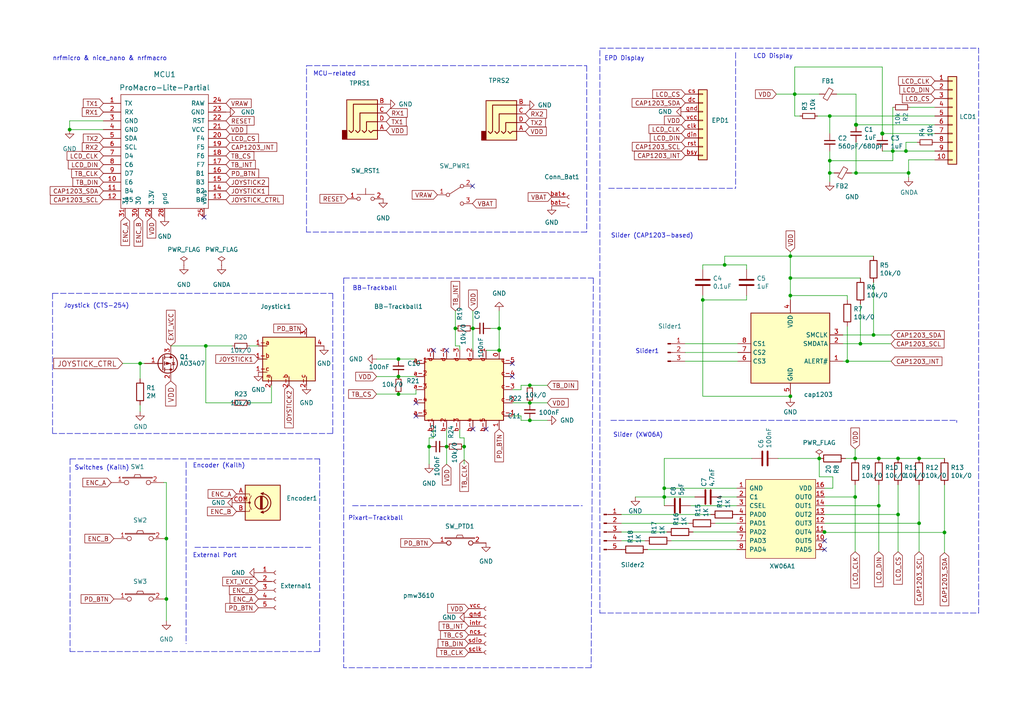
<source format=kicad_sch>
(kicad_sch (version 20211123) (generator eeschema)
  (paper "A4")
  (junction (at 192.659 144.145))
  (junction (at 137.16 95.25))
  (junction (at 48.26 173.736))
  (junction (at 40.64 105.41))
  (junction (at 254.889 132.969))
  (junction (at 229.235 114.935))
  (junction (at 192.659 141.605))
  (junction (at 253.365 97.155))
  (junction (at 115.57 114.3))
  (junction (at 115.57 109.22))
  (junction (at 124.46 129.54))
  (junction (at 240.665 50.165))
  (junction (at 153.67 116.84))
  (junction (at 210.185 76.835))
  (junction (at 230.505 27.305))
  (junction (at 20.193 37.592))
  (junction (at 237.617 132.969))
  (junction (at 260.477 132.969))
  (junction (at 254.889 146.685))
  (junction (at 249.555 99.695))
  (junction (at 144.78 95.25))
  (junction (at 266.573 132.969))
  (junction (at 115.57 104.14))
  (junction (at 134.62 129.54))
  (junction (at 229.235 80.645))
  (junction (at 129.54 129.54))
  (junction (at 258.953 43.815))
  (junction (at 260.477 149.225))
  (junction (at 203.835 86.995))
  (junction (at 248.285 50.165))
  (junction (at 248.031 144.145))
  (junction (at 248.031 132.969))
  (junction (at 263.525 50.165))
  (junction (at 240.665 46.609))
  (junction (at 245.745 104.775))
  (junction (at 153.67 121.92))
  (junction (at 153.67 111.76))
  (junction (at 229.235 74.295))
  (junction (at 48.26 156.21))
  (junction (at 144.78 101.6))
  (junction (at 248.285 36.195) (diameter 1.016))
  (junction (at 229.235 85.725))
  (junction (at 255.905 38.735) (diameter 1.016))
  (junction (at 132.08 95.25))
  (junction (at 266.573 151.765))
  (junction (at 273.939 154.432))
  (junction (at 240.665 33.655))
  (junction (at 239.141 154.305))
  (junction (at 262.763 43.815))
  (junction (at 59.69 100.33))
  (no_connect (at 129.54 101.6))
  (no_connect (at 120.65 120.65))
  (no_connect (at 140.97 124.46))
  (no_connect (at 137.16 124.46))
  (no_connect (at 148.59 105.41))
  (no_connect (at 148.59 109.22))
  (no_connect (at 125.73 101.6))
  (no_connect (at 59.182 62.992))
  (no_connect (at 120.65 116.84))
  (no_connect (at 137.033 53.975))
  (no_connect (at 239.141 156.845))
  (no_connect (at 239.141 159.385))
  (wire (pts (xy 115.57 109.22) (xy 120.65 109.22)))
  (wire (pts (xy 248.285 50.165) (xy 263.525 50.165)))
  (wire (pts (xy 40.64 117.475) (xy 40.64 119.38)))
  (wire (pts (xy 137.16 95.25) (xy 137.16 101.6)))
  (polyline (pts (xy 171.45 193.675) (xy 99.695 193.675)))
  (wire (pts (xy 148.59 120.65) (xy 151.13 120.65)))
  (polyline (pts (xy 172.085 80.645) (xy 171.45 193.675)))
  (polyline (pts (xy 88.9 19.05) (xy 93.98 19.05)))
  (wire (pts (xy 239.141 144.145) (xy 248.031 144.145)))
  (wire (pts (xy 262.763 41.275) (xy 262.763 43.815)))
  (wire (pts (xy 240.665 46.609) (xy 258.953 46.609)))
  (wire (pts (xy 35.56 105.41) (xy 40.64 105.41)))
  (wire (pts (xy 109.22 104.14) (xy 115.57 104.14)))
  (polyline (pts (xy 53.975 133.985) (xy 53.975 186.69)))
  (wire (pts (xy 239.141 151.765) (xy 266.573 151.765)))
  (wire (pts (xy 151.13 121.92) (xy 151.13 120.65)))
  (wire (pts (xy 254.889 146.685) (xy 254.889 140.589)))
  (wire (pts (xy 255.905 19.431) (xy 255.905 38.735)))
  (wire (pts (xy 20.193 35.052) (xy 20.193 37.592)))
  (wire (pts (xy 216.535 76.835) (xy 216.535 78.105)))
  (wire (pts (xy 239.141 149.225) (xy 260.477 149.225)))
  (wire (pts (xy 218.059 132.969) (xy 192.659 132.969)))
  (wire (pts (xy 48.26 173.736) (xy 48.26 156.21)))
  (wire (pts (xy 237.617 138.303) (xy 241.554 138.303)))
  (wire (pts (xy 132.08 90.17) (xy 132.08 95.25)))
  (wire (pts (xy 240.665 43.815) (xy 240.665 46.609)))
  (wire (pts (xy 151.13 111.76) (xy 151.13 113.03)))
  (wire (pts (xy 153.67 111.76) (xy 151.13 111.76)))
  (wire (pts (xy 210.185 76.835) (xy 216.535 76.835)))
  (wire (pts (xy 266.573 132.969) (xy 273.939 132.969)))
  (polyline (pts (xy 93.98 19.05) (xy 170.18 19.05)))
  (wire (pts (xy 120.65 104.14) (xy 115.57 104.14)))
  (wire (pts (xy 240.665 50.165) (xy 240.665 52.705)))
  (polyline (pts (xy 177.165 121.92) (xy 277.495 121.92)))
  (wire (pts (xy 180.213 156.845) (xy 187.071 156.845)))
  (wire (pts (xy 78.74 111.76) (xy 78.74 116.84)))
  (wire (pts (xy 248.031 132.969) (xy 254.889 132.969)))
  (wire (pts (xy 273.939 140.589) (xy 273.939 154.432)))
  (wire (pts (xy 245.745 104.775) (xy 258.445 104.775)))
  (wire (pts (xy 225.171 27.305) (xy 230.505 27.305)))
  (wire (pts (xy 198.755 104.775) (xy 213.995 104.775)))
  (wire (pts (xy 230.505 19.431) (xy 230.505 27.305)))
  (wire (pts (xy 142.24 95.25) (xy 144.78 95.25)))
  (wire (pts (xy 216.535 86.995) (xy 216.535 85.725)))
  (wire (pts (xy 248.285 27.305) (xy 248.285 36.195)))
  (polyline (pts (xy 20.32 133.096) (xy 92.71 133.096)))
  (polyline (pts (xy 99.695 80.645) (xy 172.085 80.645)))
  (wire (pts (xy 109.22 114.3) (xy 115.57 114.3)))
  (wire (pts (xy 266.065 41.275) (xy 262.763 41.275)))
  (wire (pts (xy 266.573 140.589) (xy 266.573 151.765)))
  (wire (pts (xy 239.141 146.685) (xy 254.889 146.685)))
  (wire (pts (xy 230.505 33.655) (xy 232.029 33.655)))
  (wire (pts (xy 203.835 76.835) (xy 203.835 78.105)))
  (wire (pts (xy 229.235 80.645) (xy 229.235 85.725)))
  (wire (pts (xy 137.16 90.17) (xy 137.16 95.25)))
  (wire (pts (xy 134.62 127) (xy 133.35 127)))
  (wire (pts (xy 239.014 154.432) (xy 273.939 154.432)))
  (wire (pts (xy 258.953 46.609) (xy 258.953 43.815)))
  (wire (pts (xy 120.65 114.3) (xy 115.57 114.3)))
  (wire (pts (xy 134.62 129.54) (xy 134.62 127)))
  (wire (pts (xy 245.745 85.725) (xy 245.745 86.995)))
  (wire (pts (xy 263.525 46.355) (xy 271.145 46.355)))
  (wire (pts (xy 237.109 33.655) (xy 240.665 33.655)))
  (wire (pts (xy 245.745 94.615) (xy 245.745 104.775)))
  (wire (pts (xy 229.235 85.725) (xy 229.235 86.995)))
  (wire (pts (xy 59.69 100.33) (xy 67.31 100.33)))
  (wire (pts (xy 203.835 76.835) (xy 210.185 76.835)))
  (wire (pts (xy 258.953 43.815) (xy 262.763 43.815)))
  (wire (pts (xy 187.833 159.385) (xy 213.741 159.385)))
  (wire (pts (xy 229.235 85.725) (xy 245.745 85.725)))
  (wire (pts (xy 120.65 105.41) (xy 120.65 104.14)))
  (wire (pts (xy 158.75 121.92) (xy 153.67 121.92)))
  (wire (pts (xy 240.665 46.609) (xy 240.665 50.165)))
  (polyline (pts (xy 88.9 67.31) (xy 88.9 19.05)))
  (wire (pts (xy 124.46 134.62) (xy 124.46 129.54)))
  (wire (pts (xy 209.169 144.145) (xy 213.741 144.145)))
  (wire (pts (xy 262.763 43.815) (xy 271.145 43.815)))
  (wire (pts (xy 230.505 27.305) (xy 230.505 33.655)))
  (polyline (pts (xy 277.495 121.92) (xy 277.495 122.555)))
  (wire (pts (xy 153.67 116.84) (xy 158.75 116.84)))
  (polyline (pts (xy 283.845 177.8) (xy 283.845 13.97)))
  (wire (pts (xy 129.54 124.46) (xy 129.54 129.54)))
  (polyline (pts (xy 99.695 80.645) (xy 99.695 193.675)))
  (wire (pts (xy 237.617 27.305) (xy 230.505 27.305)))
  (wire (pts (xy 248.031 130.175) (xy 248.031 132.969)))
  (wire (pts (xy 254.889 132.969) (xy 260.477 132.969)))
  (wire (pts (xy 248.031 140.589) (xy 248.031 144.145)))
  (wire (pts (xy 244.475 99.695) (xy 249.555 99.695)))
  (wire (pts (xy 180.213 154.305) (xy 193.421 154.305)))
  (wire (pts (xy 229.235 73.025) (xy 229.235 74.295)))
  (polyline (pts (xy 173.99 13.97) (xy 283.845 13.97)))
  (wire (pts (xy 248.285 41.275) (xy 248.285 50.165)))
  (wire (pts (xy 72.39 100.33) (xy 74.93 100.33)))
  (wire (pts (xy 263.525 50.165) (xy 263.525 46.355)))
  (wire (pts (xy 271.145 33.655) (xy 240.665 33.655)))
  (wire (pts (xy 132.08 100.33) (xy 133.35 100.33)))
  (wire (pts (xy 144.78 90.17) (xy 144.78 95.25)))
  (wire (pts (xy 260.477 149.225) (xy 260.477 140.589)))
  (wire (pts (xy 200.279 146.685) (xy 213.741 146.685)))
  (wire (pts (xy 244.475 104.775) (xy 245.745 104.775)))
  (wire (pts (xy 132.08 95.25) (xy 132.08 100.33)))
  (polyline (pts (xy 96.52 85.09) (xy 96.52 125.73)))
  (wire (pts (xy 48.26 139.954) (xy 47.498 139.954)))
  (wire (pts (xy 260.477 149.225) (xy 260.477 160.02)))
  (wire (pts (xy 153.67 121.92) (xy 151.13 121.92)))
  (wire (pts (xy 207.391 151.765) (xy 213.741 151.765)))
  (polyline (pts (xy 20.32 133.096) (xy 20.32 188.976)))
  (wire (pts (xy 20.193 37.592) (xy 29.972 37.592)))
  (wire (pts (xy 263.525 51.435) (xy 263.525 50.165)))
  (wire (pts (xy 210.185 76.835) (xy 210.185 74.295)))
  (wire (pts (xy 244.475 97.155) (xy 253.365 97.155)))
  (wire (pts (xy 229.235 74.295) (xy 229.235 80.645)))
  (wire (pts (xy 124.46 129.54) (xy 124.46 127)))
  (polyline (pts (xy 173.99 14.605) (xy 173.99 177.8)))
  (wire (pts (xy 245.237 132.969) (xy 248.031 132.969)))
  (wire (pts (xy 203.835 85.725) (xy 203.835 86.995)))
  (polyline (pts (xy 176.53 54.61) (xy 213.36 54.61)))
  (wire (pts (xy 253.365 81.915) (xy 253.365 97.155)))
  (wire (pts (xy 203.835 114.935) (xy 229.235 114.935)))
  (wire (pts (xy 264.033 31.115) (xy 271.145 31.115)))
  (polyline (pts (xy 15.24 85.09) (xy 15.24 125.73)))
  (wire (pts (xy 192.659 141.605) (xy 192.659 144.145)))
  (polyline (pts (xy 92.71 133.096) (xy 92.71 188.976)))
  (wire (pts (xy 49.53 100.33) (xy 59.69 100.33)))
  (wire (pts (xy 237.617 132.969) (xy 237.617 138.303)))
  (wire (pts (xy 133.35 127) (xy 133.35 124.46)))
  (wire (pts (xy 192.659 144.145) (xy 192.659 146.685)))
  (wire (pts (xy 241.554 141.605) (xy 239.141 141.605)))
  (wire (pts (xy 194.691 156.845) (xy 213.741 156.845)))
  (wire (pts (xy 180.213 149.225) (xy 206.121 149.225)))
  (wire (pts (xy 140.97 101.6) (xy 144.78 101.6)))
  (polyline (pts (xy 170.18 19.05) (xy 170.18 67.31)))
  (wire (pts (xy 203.835 86.995) (xy 216.535 86.995)))
  (polyline (pts (xy 56.515 158.75) (xy 90.17 158.75)))
  (polyline (pts (xy 173.99 177.8) (xy 283.845 177.8)))
  (wire (pts (xy 158.75 111.76) (xy 153.67 111.76)))
  (wire (pts (xy 129.54 129.54) (xy 129.54 134.62)))
  (wire (pts (xy 48.26 156.21) (xy 48.26 139.954)))
  (wire (pts (xy 255.905 43.815) (xy 258.953 43.815)))
  (wire (pts (xy 271.145 38.735) (xy 255.905 38.735)))
  (wire (pts (xy 125.73 127) (xy 125.73 124.46)))
  (wire (pts (xy 241.554 138.303) (xy 241.554 141.605)))
  (wire (pts (xy 59.69 116.84) (xy 59.69 100.33)))
  (wire (pts (xy 109.22 109.22) (xy 115.57 109.22)))
  (polyline (pts (xy 213.36 15.24) (xy 213.36 54.61)))
  (wire (pts (xy 225.679 132.969) (xy 237.617 132.969)))
  (wire (pts (xy 198.755 99.695) (xy 213.995 99.695)))
  (wire (pts (xy 240.665 50.165) (xy 241.935 50.165)))
  (wire (pts (xy 249.555 88.265) (xy 249.555 99.695)))
  (wire (pts (xy 254.889 146.685) (xy 254.889 160.02)))
  (wire (pts (xy 180.213 151.765) (xy 199.771 151.765)))
  (wire (pts (xy 184.277 144.145) (xy 192.659 144.145)))
  (wire (pts (xy 151.13 113.03) (xy 148.59 113.03)))
  (wire (pts (xy 253.365 97.155) (xy 258.445 97.155)))
  (wire (pts (xy 240.665 33.655) (xy 240.665 38.735)))
  (wire (pts (xy 201.041 154.305) (xy 213.741 154.305)))
  (wire (pts (xy 229.235 74.295) (xy 253.365 74.295)))
  (wire (pts (xy 59.69 116.84) (xy 67.31 116.84)))
  (wire (pts (xy 271.145 36.195) (xy 248.285 36.195)))
  (polyline (pts (xy 92.71 188.976) (xy 20.32 188.976)))
  (wire (pts (xy 192.659 141.605) (xy 213.741 141.605)))
  (wire (pts (xy 144.78 95.25) (xy 144.78 101.6)))
  (wire (pts (xy 239.014 154.432) (xy 239.141 154.305)))
  (wire (pts (xy 124.46 127) (xy 125.73 127)))
  (wire (pts (xy 40.64 105.41) (xy 41.91 105.41)))
  (wire (pts (xy 273.939 154.432) (xy 273.939 160.274)))
  (wire (pts (xy 249.555 99.695) (xy 258.445 99.695)))
  (wire (pts (xy 247.015 50.165) (xy 248.285 50.165)))
  (wire (pts (xy 48.26 180.086) (xy 48.26 173.736)))
  (wire (pts (xy 242.697 27.305) (xy 248.285 27.305)))
  (wire (pts (xy 192.659 132.969) (xy 192.659 141.605)))
  (wire (pts (xy 133.35 100.33) (xy 133.35 101.6)))
  (wire (pts (xy 134.62 129.54) (xy 134.62 134.62)))
  (wire (pts (xy 210.185 74.295) (xy 229.235 74.295)))
  (polyline (pts (xy 102.235 146.685) (xy 168.91 146.685)))
  (wire (pts (xy 229.235 80.645) (xy 249.555 80.645)))
  (wire (pts (xy 229.235 114.935) (xy 229.235 115.443)))
  (polyline (pts (xy 96.52 125.73) (xy 15.24 125.73)))
  (wire (pts (xy 258.953 31.115) (xy 258.953 43.815)))
  (wire (pts (xy 266.573 151.765) (xy 266.573 160.02)))
  (polyline (pts (xy 170.18 67.31) (xy 88.9 67.31)))
  (polyline (pts (xy 15.24 85.09) (xy 96.52 85.09)))
  (wire (pts (xy 72.39 116.84) (xy 78.74 116.84)))
  (wire (pts (xy 29.972 35.052) (xy 20.193 35.052)))
  (wire (pts (xy 255.905 19.431) (xy 230.505 19.431)))
  (wire (pts (xy 248.031 160.02) (xy 248.031 144.145)))
  (wire (pts (xy 192.659 144.145) (xy 201.549 144.145)))
  (wire (pts (xy 260.477 132.969) (xy 266.573 132.969)))
  (wire (pts (xy 198.755 102.235) (xy 213.995 102.235)))
  (wire (pts (xy 203.835 86.995) (xy 203.835 114.935)))
  (wire (pts (xy 148.59 116.84) (xy 153.67 116.84)))
  (wire (pts (xy 120.65 113.03) (xy 120.65 114.3)))
  (wire (pts (xy 40.64 109.855) (xy 40.64 105.41)))
  (text "Slider (CAP1203-based)" (at 177.165 69.215 0) (effects (font (size 1.27 1.27)) (justify left bottom)))
  (text "EPD Display" (at 175.26 17.78 0) (effects (font (size 1.27 1.27)) (justify left bottom)))
  (text "MCU-related" (at 90.805 22.225 0) (effects (font (size 1.27 1.27)) (justify left bottom)))
  (text "Switches (Kailh)" (at 21.59 136.525 0) (effects (font (size 1.27 1.27)) (justify left bottom)))
  (text "Joystick (CTS-254)" (at 18.415 89.535 0) (effects (font (size 1.27 1.27)) (justify left bottom)))
  (text "nrfmicro & nice_nano & nrfmacro" (at 15.24 17.78 0) (effects (font (size 1.27 1.27)) (justify left bottom)))
  (text "External Port" (at 55.88 161.925 0) (effects (font (size 1.27 1.27)) (justify left bottom)))
  (text "Encoder (Kailh)" (at 55.88 135.89 0) (effects (font (size 1.27 1.27)) (justify left bottom)))
  (text "Slider (XW06A)" (at 177.8 127 0) (effects (font (size 1.27 1.27)) (justify left bottom)))
  (text "LCD Display" (at 218.44 17.145 0) (effects (font (size 1.27 1.27)) (justify left bottom)))
  (text "BB-Trackball" (at 102.235 84.455 0) (effects (font (size 1.27 1.27)) (justify left bottom)))
  (text "Slider1" (at 184.277 102.743 0) (effects (font (size 1.27 1.27)) (justify left bottom)))
  (text "Pixart-Trackball" (at 100.965 151.13 0) (effects (font (size 1.27 1.27)) (justify left bottom)))
  (global_label "PD_BTN" (shape input) (at 125.73 157.48 180) (property "Intersheet References" "${INTERSHEET_REFS}" (effects hide)))
  (global_label "CAP1203_SCL" (shape input) (at 198.755 42.545 180) (property "Intersheet References" "${INTERSHEET_REFS}" (effects hide)))
  (global_label "VDD" (shape input) (at 49.53 110.49 270) (effects (font (size 1.524 1.524))) (property "Intersheet References" "${INTERSHEET_REFS}" (effects hide)))
  (global_label "CAP1203_SCL" (shape input) (at 266.573 160.02 270) (property "Intersheet References" "${INTERSHEET_REFS}" (effects hide)))
  (global_label "TX1" (shape input) (at 112.014 35.306 0) (property "Intersheet References" "${INTERSHEET_REFS}" (effects hide)))
  (global_label "TX2" (shape input) (at 29.972 40.132 180) (property "Intersheet References" "${INTERSHEET_REFS}" (effects hide)))
  (global_label "ENC_A" (shape input) (at 68.58 143.256 180) (property "Intersheet References" "${INTERSHEET_REFS}" (effects hide)))
  (global_label "RESET" (shape input) (at 65.532 35.052 0) (property "Intersheet References" "${INTERSHEET_REFS}" (effects hide)))
  (global_label "CAP1203_INT" (shape input) (at 258.445 104.775 0) (property "Intersheet References" "${INTERSHEET_REFS}" (effects hide)))
  (global_label "JOYSTICK2" (shape input) (at 83.82 111.76 270) (property "Intersheet References" "${INTERSHEET_REFS}" (effects hide)))
  (global_label "VDD" (shape input) (at 198.755 34.925 180) (property "Intersheet References" "${INTERSHEET_REFS}" (effects hide)))
  (global_label "ENC_B" (shape input) (at 40.132 62.992 270) (property "Intersheet References" "${INTERSHEET_REFS}" (effects hide)))
  (global_label "ENC_B" (shape input) (at 33.02 156.21 180) (property "Intersheet References" "${INTERSHEET_REFS}" (effects hide)))
  (global_label "CAP1203_SDA" (shape input) (at 198.755 29.845 180) (property "Intersheet References" "${INTERSHEET_REFS}" (effects hide)))
  (global_label "LCD_CS" (shape input) (at 65.532 40.132 0) (property "Intersheet References" "${INTERSHEET_REFS}" (effects hide)))
  (global_label "CAP1203_SDA" (shape input) (at 273.939 160.274 270) (property "Intersheet References" "${INTERSHEET_REFS}" (effects hide)))
  (global_label "CAP1203_SCL" (shape input) (at 258.445 99.695 0) (property "Intersheet References" "${INTERSHEET_REFS}" (effects hide)))
  (global_label "CAP1203_SCL" (shape input) (at 29.972 57.912 180) (property "Intersheet References" "${INTERSHEET_REFS}" (effects hide)))
  (global_label "ENC_B" (shape input) (at 68.58 148.336 180) (property "Intersheet References" "${INTERSHEET_REFS}" (effects hide)))
  (global_label "VDD" (shape input) (at 129.54 134.62 270) (property "Intersheet References" "${INTERSHEET_REFS}" (effects hide)))
  (global_label "VDD" (shape input) (at 158.75 116.84 0) (property "Intersheet References" "${INTERSHEET_REFS}" (effects hide)))
  (global_label "VBAT" (shape input) (at 137.033 59.055 0) (property "Intersheet References" "${INTERSHEET_REFS}" (effects hide)))
  (global_label "TB_DIN" (shape input) (at 135.89 186.69 180) (property "Intersheet References" "${INTERSHEET_REFS}" (effects hide)))
  (global_label "EXT_VCC" (shape input) (at 74.93 168.656 180) (property "Intersheet References" "${INTERSHEET_REFS}" (effects hide)))
  (global_label "CAP1203_SDA" (shape input) (at 29.972 55.372 180) (property "Intersheet References" "${INTERSHEET_REFS}" (effects hide)))
  (global_label "TB_INT" (shape input) (at 132.08 90.17 90) (property "Intersheet References" "${INTERSHEET_REFS}" (effects hide)))
  (global_label "CAP1203_INT" (shape input) (at 198.755 45.085 180) (property "Intersheet References" "${INTERSHEET_REFS}" (effects hide)))
  (global_label "JOYSTICK2" (shape input) (at 65.532 52.832 0) (property "Intersheet References" "${INTERSHEET_REFS}" (effects hide)))
  (global_label "TB_CLK" (shape input) (at 29.972 50.292 180) (property "Intersheet References" "${INTERSHEET_REFS}" (effects hide)))
  (global_label "LCD_DIN" (shape input) (at 29.972 47.752 180) (property "Intersheet References" "${INTERSHEET_REFS}" (effects hide)))
  (global_label "VDD" (shape input) (at 229.235 73.025 90) (property "Intersheet References" "${INTERSHEET_REFS}" (effects hide)))
  (global_label "TX2" (shape input) (at 152.4 35.56 0) (property "Intersheet References" "${INTERSHEET_REFS}" (effects hide)))
  (global_label "VDD" (shape input) (at 225.171 27.305 180) (property "Intersheet References" "${INTERSHEET_REFS}" (effects hide)))
  (global_label "RX2" (shape input) (at 29.972 42.672 180) (property "Intersheet References" "${INTERSHEET_REFS}" (effects hide)))
  (global_label "LCD_CLK" (shape input) (at 29.972 45.212 180) (property "Intersheet References" "${INTERSHEET_REFS}" (effects hide)))
  (global_label "ENC_A" (shape input) (at 36.322 62.992 270) (property "Intersheet References" "${INTERSHEET_REFS}" (effects hide)))
  (global_label "CAP1203_INT" (shape input) (at 65.532 42.672 0) (property "Intersheet References" "${INTERSHEET_REFS}" (effects hide)))
  (global_label "VDD" (shape input) (at 152.4 38.1 0) (property "Intersheet References" "${INTERSHEET_REFS}" (effects hide)))
  (global_label "VRAW" (shape input) (at 126.873 56.515 180) (property "Intersheet References" "${INTERSHEET_REFS}" (effects hide)))
  (global_label "RX2" (shape input) (at 152.4 33.02 0) (property "Intersheet References" "${INTERSHEET_REFS}" (effects hide)))
  (global_label "TB_CS" (shape input) (at 135.89 184.15 180) (property "Intersheet References" "${INTERSHEET_REFS}" (effects hide)))
  (global_label "ENC_A" (shape input) (at 74.93 173.736 180) (property "Intersheet References" "${INTERSHEET_REFS}" (effects hide)))
  (global_label "TB_DIN" (shape input) (at 29.972 52.832 180) (property "Intersheet References" "${INTERSHEET_REFS}" (effects hide)))
  (global_label "VDD" (shape input) (at 65.532 37.592 0) (property "Intersheet References" "${INTERSHEET_REFS}" (effects hide)))
  (global_label "VRAW" (shape input) (at 65.532 29.972 0) (property "Intersheet References" "${INTERSHEET_REFS}" (effects hide)))
  (global_label "TB_CS" (shape input) (at 109.22 114.3 180) (property "Intersheet References" "${INTERSHEET_REFS}" (effects hide)))
  (global_label "TB_CLK" (shape input) (at 134.62 133.35 270) (property "Intersheet References" "${INTERSHEET_REFS}" (effects hide)))
  (global_label "VDD" (shape input) (at 112.014 37.846 0) (property "Intersheet References" "${INTERSHEET_REFS}" (effects hide)))
  (global_label "EXT_VCC" (shape input) (at 49.53 100.33 90) (property "Intersheet References" "${INTERSHEET_REFS}" (effects hide)))
  (global_label "PD_BTN" (shape input) (at 65.532 50.292 0) (property "Intersheet References" "${INTERSHEET_REFS}" (effects hide)))
  (global_label "TB_CS" (shape input) (at 65.532 45.212 0) (property "Intersheet References" "${INTERSHEET_REFS}" (effects hide)))
  (global_label "PD_BTN" (shape input) (at 33.02 173.736 180) (property "Intersheet References" "${INTERSHEET_REFS}" (effects hide)))
  (global_label "JOYSTICK_CTRL" (shape input) (at 65.532 57.912 0) (property "Intersheet References" "${INTERSHEET_REFS}" (effects hide)))
  (global_label "LCD_CS" (shape input) (at 271.145 28.575 180) (property "Intersheet References" "${INTERSHEET_REFS}" (effects hide)))
  (global_label "TB_INT" (shape input) (at 65.532 47.752 0) (property "Intersheet References" "${INTERSHEET_REFS}" (effects hide)))
  (global_label "VBAT" (shape input) (at 160.02 57.15 180) (property "Intersheet References" "${INTERSHEET_REFS}" (effects hide)))
  (global_label "VDD" (shape input) (at 248.031 130.175 90) (property "Intersheet References" "${INTERSHEET_REFS}" (effects hide)))
  (global_label "JOYSTICK1" (shape input) (at 65.532 55.372 0) (property "Intersheet References" "${INTERSHEET_REFS}" (effects hide)))
  (global_label "LCD_CLK" (shape input) (at 248.031 160.02 270) (property "Intersheet References" "${INTERSHEET_REFS}" (effects hide)))
  (global_label "RX1" (shape input) (at 29.972 32.512 180) (property "Intersheet References" "${INTERSHEET_REFS}" (effects hide)))
  (global_label "LCD_CS" (shape input) (at 260.477 160.02 270) (property "Intersheet References" "${INTERSHEET_REFS}" (effects hide)))
  (global_label "LCD_CS" (shape input) (at 198.755 27.305 180) (property "Intersheet References" "${INTERSHEET_REFS}" (effects hide)))
  (global_label "LCD_DIN" (shape input) (at 198.755 40.005 180) (property "Intersheet References" "${INTERSHEET_REFS}" (effects hide)))
  (global_label "PD_BTN" (shape input) (at 144.78 124.46 270) (property "Intersheet References" "${INTERSHEET_REFS}" (effects hide)))
  (global_label "LCD_CLK" (shape input) (at 271.145 23.495 180) (property "Intersheet References" "${INTERSHEET_REFS}" (effects hide)))
  (global_label "TB_CLK" (shape input) (at 135.89 189.23 180) (property "Intersheet References" "${INTERSHEET_REFS}" (effects hide)))
  (global_label "PD_BTN" (shape input) (at 74.93 176.276 180) (property "Intersheet References" "${INTERSHEET_REFS}" (effects hide)))
  (global_label "PD_BTN" (shape input) (at 88.9 95.25 180) (property "Intersheet References" "${INTERSHEET_REFS}" (effects hide)))
  (global_label "JOYSTICK_CTRL" (shape input) (at 35.56 105.41 180) (effects (font (size 1.524 1.524))) (property "Intersheet References" "${INTERSHEET_REFS}" (effects hide)))
  (global_label "LCD_DIN" (shape input) (at 271.145 26.035 180) (property "Intersheet References" "${INTERSHEET_REFS}" (effects hide)))
  (global_label "ENC_A" (shape input) (at 32.258 139.954 180) (property "Intersheet References" "${INTERSHEET_REFS}" (effects hide)))
  (global_label "VDD" (shape input) (at 137.16 90.17 90) (property "Intersheet References" "${INTERSHEET_REFS}" (effects hide)))
  (global_label "VDD" (shape input) (at 135.89 176.53 180) (property "Intersheet References" "${INTERSHEET_REFS}" (effects hide)))
  (global_label "VDD" (shape input) (at 109.22 109.22 180) (property "Intersheet References" "${INTERSHEET_REFS}" (effects hide)))
  (global_label "VDD" (shape input) (at 43.942 62.992 270) (property "Intersheet References" "${INTERSHEET_REFS}" (effects hide)))
  (global_label "RESET" (shape input) (at 100.965 57.658 180) (property "Intersheet References" "${INTERSHEET_REFS}" (effects hide)))
  (global_label "TX1" (shape input) (at 29.972 29.972 180) (property "Intersheet References" "${INTERSHEET_REFS}" (effects hide)))
  (global_label "LCD_CLK" (shape input) (at 198.755 37.465 180) (property "Intersheet References" "${INTERSHEET_REFS}" (effects hide)))
  (global_label "TB_INT" (shape input) (at 135.89 181.61 180) (property "Intersheet References" "${INTERSHEET_REFS}" (effects hide)))
  (global_label "LCD_DIN" (shape input) (at 254.889 160.02 270) (property "Intersheet References" "${INTERSHEET_REFS}" (effects hide)))
  (global_label "TB_DIN" (shape input) (at 158.75 111.76 0) (property "Intersheet References" "${INTERSHEET_REFS}" (effects hide)))
  (global_label "CAP1203_SDA" (shape input) (at 258.445 97.155 0) (property "Intersheet References" "${INTERSHEET_REFS}" (effects hide)))
  (global_label "ENC_B" (shape input) (at 74.93 171.196 180) (property "Intersheet References" "${INTERSHEET_REFS}" (effects hide)))
  (global_label "RX1" (shape input) (at 112.014 32.766 0) (property "Intersheet References" "${INTERSHEET_REFS}" (effects hide)))
  (global_label "JOYSTICK1" (shape input) (at 74.93 104.14 180) (property "Intersheet References" "${INTERSHEET_REFS}" (effects hide)))
  (symbol (lib_id "Device:R") (at 203.581 151.765 90) (unit 1)
    (property "Reference" "R15" (at 202.4126 149.987 0) (effects (justify left)))
    (property "Value" "1K" (at 204.724 149.987 0) (effects (justify left)))
    (property "Footprint" "Resistor_SMD:R_0603_1608Metric" (effects hide))
  )
  (symbol (lib_id "Connector:Conn_01x02_Female") (at 165.1 57.15 0) (unit 1)
    (property "Reference" "Conn_Bat1" (at 157.861 51.308 0) (effects (justify left)))
    (property "Value" "Conn_01x02_Female" (effects hide))
  )
  (symbol (lib_id "Device:C_Small") (at 127 129.54 90) (unit 1)
    (property "Reference" "C12" (at 125.7362 127 0) (effects (justify left)))
    (property "Value" "100nF" (at 126.746 138.176 0) (effects (justify left)))
    (property "Footprint" "Capacitor_SMD:C_0603_1608Metric" (effects hide))
  )
  (symbol (lib_id "nrfmicro-rescue:BSS83P") (at 46.99 105.41 0) (unit 1)
    (property "Reference" "Q1" (at 52.07 103.505 0) (effects (justify left)))
    (property "Value" "AO3407" (at 52.07 105.41 0) (effects (justify left)))
    (property "Footprint" "Package_TO_SOT_SMD:SOT-23" (effects hide))
  )
  (symbol (lib_id "mysymbol:SW_PUSH-kbd") (at 40.64 173.736 0) (unit 1)
    (property "Reference" "SW3" (at 40.64 168.656 0))
    (property "Value" "SW_PUSH-kbd" (effects hide))
    (property "Footprint" "mylib:Kailh_Choc_Hotplug" (effects hide))
  )
  (symbol (lib_id "Connector:Conn_01x03_Male") (at 193.675 102.235 0) (unit 1)
    (property "Reference" "Slider1" (at 194.31 94.615 0))
    (property "Value" "Conn_01x03_Male" (effects hide))
    (property "Footprint" "mylib:TouchSlider-3_36x12mm" (effects hide))
  )
  (symbol (lib_id "power:GND") (at 152.4 30.48 90) (unit 1)
    (property "Reference" "#PWR06" (effects hide))
    (property "Value" "GND" (at 155.956 30.4799 90) (effects (justify right)))
  )
  (symbol (lib_id "Device:R_Small") (at 134.62 95.25 90) (unit 1)
    (property "Reference" "R19" (at 133.3499 92.964 0) (effects (justify left)))
    (property "Value" "10k/0" (at 134.366 100.076 0) (effects (justify left)))
    (property "Footprint" "Resistor_SMD:R_0603_1608Metric" (effects hide))
  )
  (symbol (lib_id "mysymbol:SW_PUSH-kbd") (at 133.35 157.48 0) (unit 1)
    (property "Reference" "SW_PTD1" (at 133.35 152.654 0))
    (property "Value" "D2LS-21" (effects hide))
    (property "Footprint" "mylib:D2LS-21-Omron" (effects hide))
  )
  (symbol (lib_id "mysymbol:SW_RESET-kbd") (at 106.045 57.658 0) (unit 1)
    (property "Reference" "SW_RST1" (at 106.045 49.53 0))
    (property "Value" "SW_RESET-kbd" (effects hide))
    (property "Footprint" "mylib:YD-3414-Button" (effects hide))
  )
  (symbol (lib_id "Connector:Conn_01x06_Female") (at 140.97 181.61 0) (unit 1)
    (property "Reference" "pmw3610" (at 116.84 172.72 0) (effects (justify left)))
    (property "Value" "Conn_01x06_Female" (effects hide))
    (property "Footprint" "mylib:PMW3610-Ref-EdgeCut" (effects hide))
  )
  (symbol (lib_id "Device:R") (at 260.477 136.779 0) (unit 1)
    (property "Reference" "R11" (at 262.255 135.6106 0) (effects (justify left)))
    (property "Value" "10k/0" (at 262.255 137.922 0) (effects (justify left)))
    (property "Footprint" "Resistor_SMD:R_0603_1608Metric" (effects hide))
  )
  (symbol (lib_id "Connector_Generic:Conn_01x10") (at 276.225 33.655 0) (unit 1)
    (property "Reference" "LCD1" (at 278.257 33.8582 0) (effects (justify left)))
    (property "Value" "Conn_01x10" (effects hide))
    (property "Footprint" "Connector_FFC-FPC:Hirose_FH12-10S-0.5SH_1x10-1MP_P0.50mm_Horizontal" (effects hide))
    (property "LCSC" "C506791" (effects hide))
  )
  (symbol (lib_id "power:GND") (at 48.26 180.086 0) (unit 1)
    (property "Reference" "#PWR024" (effects hide))
    (property "Value" "GND" (at 48.26 185.42 0))
  )
  (symbol (lib_id "Device:R") (at 184.023 159.385 90) (unit 1)
    (property "Reference" "R18" (at 182.8546 157.607 0) (effects (justify left)))
    (property "Value" "1K" (at 185.166 157.607 0) (effects (justify left)))
    (property "Footprint" "Resistor_SMD:R_0603_1608Metric" (effects hide))
  )
  (symbol (lib_id "Device:R_Small") (at 268.605 41.275 90) (unit 1)
    (property "Reference" "R4" (at 267.4366 39.7764 0) (effects (justify left)))
    (property "Value" "10k" (at 269.748 39.7764 0) (effects (justify left)))
    (property "Footprint" "Resistor_SMD:R_0603_1608Metric_Pad0.98x0.95mm_HandSolder" (effects hide))
    (property "LCSC" "C25804" (effects hide))
  )
  (symbol (lib_id "Device:R_Small") (at 234.569 33.655 90) (unit 1)
    (property "Reference" "R3" (at 233.4006 32.1564 0) (effects (justify left)))
    (property "Value" "10k" (at 235.712 32.1564 0) (effects (justify left)))
    (property "Footprint" "Resistor_SMD:R_0603_1608Metric_Pad0.98x0.95mm_HandSolder" (effects hide))
    (property "LCSC" "C25804" (effects hide))
  )
  (symbol (lib_id "Device:C") (at 221.869 132.969 90) (unit 1)
    (property "Reference" "C6" (at 220.7006 130.048 0) (effects (justify left)))
    (property "Value" "100nF" (at 223.012 130.048 0) (effects (justify left)))
    (property "Footprint" "Capacitor_SMD:C_0603_1608Metric" (effects hide))
  )
  (symbol (lib_id "power:GND") (at 20.193 37.592 0) (unit 1)
    (property "Reference" "#PWR09" (effects hide))
    (property "Value" "GND" (at 20.193 43.18 0))
  )
  (symbol (lib_id "mysymbol:SW_PUSH-kbd") (at 39.878 139.954 0) (unit 1)
    (property "Reference" "SW1" (at 39.878 135.382 0))
    (property "Value" "SW_PUSH-kbd" (effects hide))
    (property "Footprint" "mylib:Kailh_Choc_Hotplug" (effects hide))
  )
  (symbol (lib_id "Device:C") (at 216.535 81.915 0) (unit 1)
    (property "Reference" "C5" (at 219.456 80.7466 0) (effects (justify left)))
    (property "Value" "1uF" (at 219.456 83.058 0) (effects (justify left)))
    (property "Footprint" "Capacitor_SMD:C_0603_1608Metric" (effects hide))
  )
  (symbol (lib_id "nrfmicro-rescue:GND") (at 40.64 119.38 0) (unit 1)
    (property "Reference" "#PWR0101" (effects hide))
    (property "Value" "GND" (at 40.767 123.7742 0))
  )
  (symbol (lib_id "power:GND") (at 65.532 32.512 90) (unit 1)
    (property "Reference" "#PWR08" (effects hide))
    (property "Value" "GND" (at 69.85 32.5119 90) (effects (justify right)))
  )
  (symbol (lib_id "Device:C") (at 196.469 146.685 90) (unit 1)
    (property "Reference" "C8" (at 195.3006 143.764 0) (effects (justify left)))
    (property "Value" "5pF" (at 197.612 143.764 0) (effects (justify left)))
    (property "Footprint" "Capacitor_SMD:C_0603_1608Metric" (effects hide))
  )
  (symbol (lib_id "Device:C") (at 205.359 144.145 90) (unit 1)
    (property "Reference" "C7" (at 204.1906 141.224 0) (effects (justify left)))
    (property "Value" "4.7nF" (at 206.502 141.224 0) (effects (justify left)))
    (property "Footprint" "Capacitor_SMD:C_0603_1608Metric" (effects hide))
  )
  (symbol (lib_id "power:GNDA") (at 64.262 76.962 0) (unit 1)
    (property "Reference" "#PWR0103" (effects hide))
    (property "Value" "GNDA" (at 64.262 82.55 0))
  )
  (symbol (lib_id "Device:R_Small") (at 132.08 129.54 90) (unit 1)
    (property "Reference" "R24" (at 130.8099 127.254 0) (effects (justify left)))
    (property "Value" "10k/0" (at 131.826 134.366 0) (effects (justify left)))
    (property "Footprint" "Resistor_SMD:R_0603_1608Metric" (effects hide))
  )
  (symbol (lib_id "power:GND") (at 135.89 179.07 270) (unit 1)
    (property "Reference" "#PWR023" (effects hide))
    (property "Value" "GND" (at 132.334 179.0699 90) (effects (justify right)))
  )
  (symbol (lib_id "mysymbol:SK_TPRS-kbd") (at 106.934 32.766 0) (unit 1)
    (property "Reference" "TPRS1" (at 104.394 24.13 0))
    (property "Value" "SK_TPRS-kbd" (effects hide))
    (property "Footprint" "mylib:TRRS-PJ-320A" (effects hide))
  )
  (symbol (lib_id "Device:R") (at 266.573 136.779 0) (unit 1)
    (property "Reference" "R12" (at 268.351 135.6106 0) (effects (justify left)))
    (property "Value" "10k/0" (at 268.351 137.922 0) (effects (justify left)))
    (property "Footprint" "Resistor_SMD:R_0603_1608Metric" (effects hide))
  )
  (symbol (lib_id "Connector:Conn_01x05_Female") (at 80.01 171.196 0) (unit 1)
    (property "Reference" "External1" (at 81.28 169.9259 0) (effects (justify left)))
    (property "Value" "Conn_01x05_Female" (effects hide))
  )
  (symbol (lib_id "power:GND") (at 124.46 134.62 0) (unit 1)
    (property "Reference" "#PWR019" (effects hide))
    (property "Value" "GND" (at 124.46 140.208 0))
  )
  (symbol (lib_id "mysymbol:BB-Trackball") (at 133.35 113.03 0) (unit 1)
    (property "Reference" "BB-Trackball1" (at 115.57 88.9 0))
    (property "Value" "BB-Trackball" (effects hide))
    (property "Footprint" "mylib:BB-Trackball-EVQWJN" (effects hide))
  )
  (symbol (lib_id "Device:R_Small") (at 153.67 114.3 180) (unit 1)
    (property "Reference" "R22" (at 151.384 115.5701 0) (effects (justify left)))
    (property "Value" "10k/0" (at 158.496 114.554 0) (effects (justify left)))
    (property "Footprint" "Resistor_SMD:R_0603_1608Metric" (effects hide))
  )
  (symbol (lib_id "Device:R") (at 197.231 154.305 90) (unit 1)
    (property "Reference" "R16" (at 196.0626 152.527 0) (effects (justify left)))
    (property "Value" "1K" (at 198.374 152.527 0) (effects (justify left)))
    (property "Footprint" "Resistor_SMD:R_0603_1608Metric" (effects hide))
  )
  (symbol (lib_id "Device:C_Small") (at 139.7 95.25 90) (unit 1)
    (property "Reference" "C9" (at 138.4362 92.71 0) (effects (justify left)))
    (property "Value" "100nF" (at 139.446 103.886 0) (effects (justify left)))
    (property "Footprint" "Capacitor_SMD:C_0603_1608Metric" (effects hide))
  )
  (symbol (lib_id "power:GND") (at 68.58 145.796 270) (unit 1)
    (property "Reference" "#PWR020" (effects hide))
    (property "Value" "GND" (at 65.405 145.7959 90) (effects (justify right)))
  )
  (symbol (lib_id "mysymbol:ProMacro-Lite-Partial") (at 47.752 49.022 0) (unit 1)
    (property "Reference" "MCU1" (at 47.752 21.59 0) (effects (font (size 1.524 1.524))))
    (property "Value" "ProMacro-Lite-Partial" (at 47.752 25.4 0) (effects (font (size 1.524 1.524))))
    (property "Footprint" "mylib:ProMacroLite_Partial" (effects hide))
  )
  (symbol (lib_id "Device:C_Small") (at 255.905 41.275 0) (unit 1)
    (property "Reference" "C3" (at 258.2418 40.1066 0) (effects (justify left)))
    (property "Value" "1uF " (at 258.2418 42.418 0) (effects (justify left)))
    (property "Footprint" "Capacitor_SMD:C_0603_1608Metric_Pad1.08x0.95mm_HandSolder" (effects hide))
    (property "LCSC" "C15849" (effects hide))
  )
  (symbol (lib_id "Device:RotaryEncoder") (at 76.2 145.796 0) (unit 1)
    (property "Reference" "Encoder1" (at 83.058 144.5259 0) (effects (justify left)))
    (property "Value" "RotaryEncoder" (effects hide))
    (property "Footprint" "mylib:Encoder-Kailh" (effects hide))
  )
  (symbol (lib_id "power:GND") (at 74.93 107.95 0) (unit 1)
    (property "Reference" "#PWR016" (effects hide))
    (property "Value" "GND" (at 74.93 113.03 0))
  )
  (symbol (lib_id "Device:C_Small") (at 153.67 119.38 180) (unit 1)
    (property "Reference" "C11" (at 151.13 120.6438 0) (effects (justify left)))
    (property "Value" "100nF" (at 162.306 119.634 0) (effects (justify left)))
    (property "Footprint" "Capacitor_SMD:C_0603_1608Metric" (effects hide))
  )
  (symbol (lib_id "mysymbol:SW_Battery-kbd") (at 131.953 56.515 0) (unit 1)
    (property "Reference" "SW_PWR1" (at 131.953 48.133 0))
    (property "Value" "SW_Battery-kbd" (effects hide))
    (property "Footprint" "mylib:NSI-10HS-slider-switch" (effects hide))
  )
  (symbol (lib_id "power:GND") (at 160.02 59.69 0) (unit 1)
    (property "Reference" "#PWR011" (effects hide))
    (property "Value" "GND" (at 160.02 64.516 0))
  )
  (symbol (lib_id "power:GND") (at 47.752 62.992 0) (unit 1)
    (property "Reference" "#PWR012" (effects hide))
    (property "Value" "GND" (at 47.752 68.58 0))
  )
  (symbol (lib_id "Device:C") (at 203.835 81.915 0) (unit 1)
    (property "Reference" "C4" (at 206.756 80.7466 0) (effects (justify left)))
    (property "Value" "0.1uF" (at 206.756 83.058 0) (effects (justify left)))
    (property "Footprint" "Capacitor_SMD:C_0603_1608Metric" (effects hide))
  )
  (symbol (lib_id "power:GND") (at 144.78 90.17 0) (mirror x) (unit 1)
    (property "Reference" "#PWR013" (effects hide))
    (property "Value" "GND" (at 144.78 85.09 0))
  )
  (symbol (lib_id "Device:R") (at 40.64 113.665 0) (unit 1)
    (property "Reference" "R1" (at 42.418 112.4966 0) (effects (justify left)))
    (property "Value" "2M" (at 42.418 114.808 0) (effects (justify left)))
    (property "Footprint" "Resistor_SMD:R_0603_1608Metric" (effects hide))
  )
  (symbol (lib_id "power:GND") (at 74.93 166.116 270) (unit 1)
    (property "Reference" "#PWR022" (effects hide))
    (property "Value" "GND" (at 71.12 166.1159 90) (effects (justify right)))
  )
  (symbol (lib_id "Device:R") (at 241.427 132.969 270) (unit 1)
    (property "Reference" "R8" (at 242.5954 134.747 0) (effects (justify left)))
    (property "Value" "20" (at 240.284 134.747 0) (effects (justify left)))
    (property "Footprint" "Resistor_SMD:R_0603_1608Metric" (effects hide))
  )
  (symbol (lib_id "power:GND") (at 158.75 121.92 90) (unit 1)
    (property "Reference" "#PWR018" (effects hide))
    (property "Value" "GND" (at 162.433 121.9199 90) (effects (justify right)))
  )
  (symbol (lib_id "Device:C_Small") (at 248.285 38.735 0) (unit 1)
    (property "Reference" "C1" (at 250.6218 37.5666 0) (effects (justify left)))
    (property "Value" "1uF" (at 250.6218 39.878 0) (effects (justify left)))
    (property "Footprint" "Capacitor_SMD:C_0603_1608Metric_Pad1.08x0.95mm_HandSolder" (effects hide))
    (property "LCSC" "C15849" (effects hide))
  )
  (symbol (lib_id "Device:R") (at 248.031 136.779 0) (unit 1)
    (property "Reference" "R9" (at 249.809 135.6106 0) (effects (justify left)))
    (property "Value" "10k/0" (at 249.809 137.922 0) (effects (justify left)))
    (property "Footprint" "Resistor_SMD:R_0603_1608Metric" (effects hide))
  )
  (symbol (lib_id "mysymbol:SK_TPRS-kbd") (at 147.32 33.02 0) (unit 1)
    (property "Reference" "TPRS2" (at 144.78 23.368 0))
    (property "Value" "SK_TPRS-kbd" (effects hide))
    (property "Footprint" "mylib:TRRS-PJ-320A" (effects hide))
  )
  (symbol (lib_id "power:GND") (at 93.98 100.33 0) (unit 1)
    (property "Reference" "#PWR014" (effects hide))
    (property "Value" "GND" (at 93.98 105.41 0))
  )
  (symbol (lib_id "power:GND") (at 112.014 30.226 90) (unit 1)
    (property "Reference" "#PWR05" (effects hide))
    (property "Value" "GND" (at 115.57 30.2259 90) (effects (justify right)))
  )
  (symbol (lib_id "Device:R") (at 273.939 136.779 0) (unit 1)
    (property "Reference" "R13" (at 275.717 135.6106 0) (effects (justify left)))
    (property "Value" "10k/0" (at 275.717 137.922 0) (effects (justify left)))
    (property "Footprint" "Resistor_SMD:R_0603_1608Metric" (effects hide))
  )
  (symbol (lib_id "Device:C_Small") (at 115.57 106.68 0) (unit 1)
    (property "Reference" "C10" (at 118.11 105.4162 0) (effects (justify left)))
    (property "Value" "100nF" (at 106.934 106.426 0) (effects (justify left)))
    (property "Footprint" "Capacitor_SMD:C_0603_1608Metric" (effects hide))
  )
  (symbol (lib_id "Device:R") (at 209.931 149.225 90) (unit 1)
    (property "Reference" "R14" (at 208.7626 147.447 0) (effects (justify left)))
    (property "Value" "1K" (at 211.074 147.447 0) (effects (justify left)))
    (property "Footprint" "Resistor_SMD:R_0603_1608Metric" (effects hide))
  )
  (symbol (lib_id "power:GND") (at 229.235 115.443 0) (unit 1)
    (property "Reference" "#PWR03" (effects hide))
    (property "Value" "GND" (at 229.235 119.507 0))
  )
  (symbol (lib_id "Device:R_Small") (at 69.85 100.33 270) (unit 1)
    (property "Reference" "R20" (at 69.85 97.79 90))
    (property "Value" "10k/0" (at 69.85 101.6 90))
    (property "Footprint" "Resistor_SMD:R_0603_1608Metric" (effects hide))
  )
  (symbol (lib_id "mysymbol:XW06A-SOP16L") (at 226.441 151.765 0) (unit 1)
    (property "Reference" "XW06A1" (at 226.949 164.211 0))
    (property "Value" "XW06A-SOP16L" (effects hide))
    (property "Footprint" "mylib:XW06A" (effects hide))
  )
  (symbol (lib_id "Connector_Generic:Conn_01x08") (at 203.835 34.925 0) (unit 1)
    (property "Reference" "EPD1" (at 206.375 34.9249 0) (effects (justify left)))
    (property "Value" "Conn_01x08" (effects hide))
  )
  (symbol (lib_id "Device:R_Small") (at 261.493 31.115 270) (unit 1)
    (property "Reference" "R2" (at 262.6614 32.6136 0) (effects (justify left)))
    (property "Value" "10k" (at 260.35 32.6136 0) (effects (justify left)))
    (property "Footprint" "Resistor_SMD:R_0603_1608Metric_Pad0.98x0.95mm_HandSolder" (effects hide))
    (property "LCSC" "C25804" (effects hide))
  )
  (symbol (lib_id "Device:FerriteBead_Small") (at 244.475 50.165 90) (unit 1)
    (property "Reference" "FB2" (at 244.221 53.975 90))
    (property "Value" "Ferrite_Bead_Small" (effects hide))
    (property "Footprint" "Resistor_SMD:R_0805_2012Metric_Pad1.20x1.40mm_HandSolder" (effects hide))
    (property "LCSC" "C1017" (effects hide))
  )
  (symbol (lib_id "power:GND") (at 198.755 32.385 270) (unit 1)
    (property "Reference" "#PWR07" (effects hide))
    (property "Value" "GND" (at 194.945 32.3849 90) (effects (justify right)))
  )
  (symbol (lib_id "power:GND") (at 111.125 57.658 0) (unit 1)
    (property "Reference" "#PWR010" (effects hide))
    (property "Value" "GND" (at 111.125 63.246 0))
  )
  (symbol (lib_id "power:GND") (at 109.22 104.14 270) (unit 1)
    (property "Reference" "#PWR015" (effects hide))
    (property "Value" "GND" (at 105.283 104.1399 90) (effects (justify right)))
  )
  (symbol (lib_id "Device:R") (at 249.555 84.455 0) (unit 1)
    (property "Reference" "R6" (at 251.333 83.2866 0) (effects (justify left)))
    (property "Value" "10k/0" (at 251.333 85.598 0) (effects (justify left)))
    (property "Footprint" "Resistor_SMD:R_0603_1608Metric" (effects hide))
  )
  (symbol (lib_id "power:PWR_FLAG") (at 237.617 132.969 0) (unit 1)
    (property "Reference" "#FLG0102" (effects hide))
    (property "Value" "PWR_FLAG" (at 237.617 128.397 0))
  )
  (symbol (lib_id "mysymbol:CAP1203") (at 229.235 102.235 0) (unit 1)
    (property "Reference" "cap1203" (at 237.363 114.427 0))
    (property "Value" "CAP1203" (effects hide))
    (property "Footprint" "Package_SO:SOIC-8_3.9x4.9mm_P1.27mm" (effects hide))
    (property "Datasheet" "https://ww1.microchip.com/downloads/en/DeviceDoc/00001572B.pdf" (effects hide))
  )
  (symbol (lib_id "power:GND") (at 88.9 111.76 0) (unit 1)
    (property "Reference" "#PWR017" (effects hide))
    (property "Value" "GND" (at 88.9 116.84 0))
  )
  (symbol (lib_id "power:GND") (at 184.277 144.145 0) (unit 1)
    (property "Reference" "#PWR04" (effects hide))
    (property "Value" "GND" (at 184.277 148.209 0))
  )
  (symbol (lib_id "power:GND") (at 240.665 52.705 0) (unit 1)
    (property "Reference" "#PWR02" (effects hide))
    (property "Value" "GND" (at 247.142 57.0992 0))
  )
  (symbol (lib_id "Device:R") (at 190.881 156.845 90) (unit 1)
    (property "Reference" "R17" (at 189.7126 155.067 0) (effects (justify left)))
    (property "Value" "1K" (at 192.024 155.067 0) (effects (justify left)))
    (property "Footprint" "Resistor_SMD:R_0603_1608Metric" (effects hide))
  )
  (symbol (lib_id "power:GND") (at 140.97 157.48 0) (unit 1)
    (property "Reference" "#PWR021" (effects hide))
    (property "Value" "GND" (at 140.97 162.814 0))
  )
  (symbol (lib_id "power:GND") (at 53.34 76.962 0) (unit 1)
    (property "Reference" "#PWR0102" (effects hide))
    (property "Value" "GND" (at 53.34 82.55 0))
  )
  (symbol (lib_id "power:PWR_FLAG") (at 53.34 76.962 0) (unit 1)
    (property "Reference" "#FLG0103" (effects hide))
    (property "Value" "PWR_FLAG" (at 53.34 72.39 0))
  )
  (symbol (lib_id "Connector:Conn_01x05_Male") (at 175.133 154.305 0) (unit 1)
    (property "Reference" "Slider2" (at 183.515 163.83 0))
    (property "Value" "Conn_01x05_Male" (effects hide))
    (property "Footprint" "mylib:TouchSlider-5_40x12mm" (effects hide))
  )
  (symbol (lib_id "Device:R") (at 254.889 136.779 0) (unit 1)
    (property "Reference" "R10" (at 256.667 135.6106 0) (effects (justify left)))
    (property "Value" "10k/0" (at 256.667 137.922 0) (effects (justify left)))
    (property "Footprint" "Resistor_SMD:R_0603_1608Metric" (effects hide))
  )
  (symbol (lib_id "mysymbol:CTS-254-Joystick") (at 82.55 102.87 0) (unit 1)
    (property "Reference" "Joystick1" (at 80.01 88.9 0))
    (property "Value" "CTS-254-Joystick" (effects hide))
    (property "Footprint" "mylib:CTS-254-Joystick" (effects hide))
  )
  (symbol (lib_id "Device:R_Small") (at 115.57 111.76 0) (unit 1)
    (property "Reference" "R21" (at 117.856 110.4899 0) (effects (justify left)))
    (property "Value" "10k/0" (at 110.744 111.506 0) (effects (justify left)))
    (property "Footprint" "Resistor_SMD:R_0603_1608Metric" (effects hide))
  )
  (symbol (lib_id "Device:R") (at 253.365 78.105 0) (unit 1)
    (property "Reference" "R5" (at 255.143 76.9366 0) (effects (justify left)))
    (property "Value" "10k/0" (at 255.143 79.248 0) (effects (justify left)))
    (property "Footprint" "Resistor_SMD:R_0603_1608Metric" (effects hide))
  )
  (symbol (lib_id "mysymbol:SW_PUSH-kbd") (at 40.64 156.21 0) (unit 1)
    (property "Reference" "SW2" (at 40.64 150.876 0))
    (property "Value" "SW_PUSH-kbd" (effects hide))
    (property "Footprint" "mylib:Kailh_Choc_Hotplug" (effects hide))
  )
  (symbol (lib_id "power:PWR_FLAG") (at 64.262 76.962 0) (unit 1)
    (property "Reference" "#FLG0101" (effects hide))
    (property "Value" "PWR_FLAG" (at 64.262 72.39 0))
  )
  (symbol (lib_id "Device:FerriteBead_Small") (at 240.157 27.305 270) (unit 1)
    (property "Reference" "FB1" (at 240.157 23.495 90))
    (property "Value" "Ferrite_Bead_Small" (effects hide))
    (property "Footprint" "Resistor_SMD:R_0805_2012Metric_Pad1.20x1.40mm_HandSolder" (effects hide))
    (property "LCSC" "C1017" (effects hide))
  )
  (symbol (lib_id "Device:C_Small") (at 240.665 41.275 0) (unit 1)
    (property "Reference" "C2" (at 243.0018 40.1066 0) (effects (justify left)))
    (property "Value" "560pF/680pF" (at 243.0018 42.418 0) (effects (justify left)))
    (property "Footprint" "Capacitor_SMD:C_0603_1608Metric_Pad1.08x0.95mm_HandSolder" (effects hide))
    (property "LCSC" "C84721" (effects hide))
  )
  (symbol (lib_id "power:GNDA") (at 263.525 51.435 0) (unit 1)
    (property "Reference" "#PWR01" (effects hide))
    (property "Value" "GNDA" (at 263.652 55.8292 0))
  )
  (symbol (lib_id "Device:R_Small") (at 69.85 116.84 90) (unit 1)
    (property "Reference" "R23" (at 69.85 114.3 90))
    (property "Value" "10k/0" (at 69.85 116.84 90))
    (property "Footprint" "Resistor_SMD:R_0603_1608Metric" (effects hide))
  )
  (symbol (lib_id "Device:R") (at 245.745 90.805 0) (unit 1)
    (property "Reference" "R7" (at 247.523 89.6366 0) (effects (justify left)))
    (property "Value" "10k/0" (at 247.523 91.948 0) (effects (justify left)))
    (property "Footprint" "Resistor_SMD:R_0603_1608Metric" (effects hide))
  )
)
</source>
